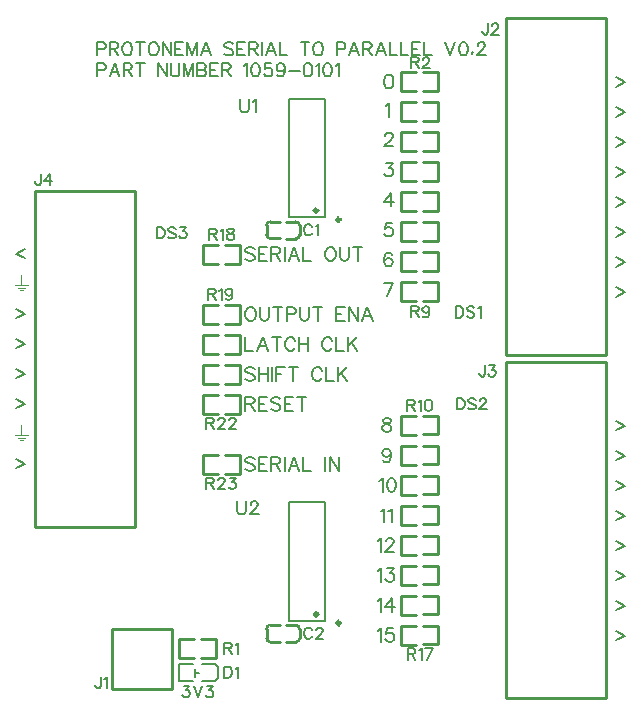
<source format=gto>
G04 Layer: TopSilkscreenLayer*
G04 EasyEDA v6.5.32, 2023-07-30 21:58:18*
G04 7de9140c348b43c9878d0c7d88b18126,5a6b42c53f6a479593ecc07194224c93,10*
G04 Gerber Generator version 0.2*
G04 Scale: 100 percent, Rotated: No, Reflected: No *
G04 Dimensions in millimeters *
G04 leading zeros omitted , absolute positions ,4 integer and 5 decimal *
%FSLAX45Y45*%
%MOMM*%

%ADD10C,0.1524*%
%ADD11C,0.2540*%
%ADD12C,0.1500*%
%ADD13C,0.3000*%

%LPD*%
G36*
X122682Y3633978D02*
G01*
X122682Y3546856D01*
X70104Y3546856D01*
X70104Y3538728D01*
X183896Y3538728D01*
X183896Y3546856D01*
X131318Y3546856D01*
X131318Y3633978D01*
G37*
G36*
X89662Y3525265D02*
G01*
X89662Y3517137D01*
X164338Y3517137D01*
X164338Y3525265D01*
G37*
G36*
X107442Y3503422D02*
G01*
X107442Y3495801D01*
X146558Y3495801D01*
X146558Y3503422D01*
G37*
G36*
X122682Y2363978D02*
G01*
X122682Y2276856D01*
X70104Y2276856D01*
X70104Y2268728D01*
X183896Y2268728D01*
X183896Y2276856D01*
X131318Y2276856D01*
X131318Y2363978D01*
G37*
G36*
X89662Y2255266D02*
G01*
X89662Y2247138D01*
X164338Y2247138D01*
X164338Y2255266D01*
G37*
G36*
X107442Y2233422D02*
G01*
X107442Y2225802D01*
X146558Y2225802D01*
X146558Y2233422D01*
G37*
D10*
X762000Y5601715D02*
G01*
X762000Y5492750D01*
X762000Y5601715D02*
G01*
X808736Y5601715D01*
X824229Y5596636D01*
X829563Y5591302D01*
X834644Y5580887D01*
X834644Y5565394D01*
X829563Y5554979D01*
X824229Y5549900D01*
X808736Y5544565D01*
X762000Y5544565D01*
X868934Y5601715D02*
G01*
X868934Y5492750D01*
X868934Y5601715D02*
G01*
X915670Y5601715D01*
X931418Y5596636D01*
X936497Y5591302D01*
X941831Y5580887D01*
X941831Y5570473D01*
X936497Y5560060D01*
X931418Y5554979D01*
X915670Y5549900D01*
X868934Y5549900D01*
X905510Y5549900D02*
G01*
X941831Y5492750D01*
X1007110Y5601715D02*
G01*
X996950Y5596636D01*
X986536Y5586221D01*
X981202Y5575807D01*
X976121Y5560060D01*
X976121Y5534152D01*
X981202Y5518657D01*
X986536Y5508244D01*
X996950Y5497829D01*
X1007110Y5492750D01*
X1027937Y5492750D01*
X1038352Y5497829D01*
X1048765Y5508244D01*
X1054100Y5518657D01*
X1059179Y5534152D01*
X1059179Y5560060D01*
X1054100Y5575807D01*
X1048765Y5586221D01*
X1038352Y5596636D01*
X1027937Y5601715D01*
X1007110Y5601715D01*
X1129792Y5601715D02*
G01*
X1129792Y5492750D01*
X1093470Y5601715D02*
G01*
X1166113Y5601715D01*
X1231645Y5601715D02*
G01*
X1221231Y5596636D01*
X1210818Y5586221D01*
X1205737Y5575807D01*
X1200404Y5560060D01*
X1200404Y5534152D01*
X1205737Y5518657D01*
X1210818Y5508244D01*
X1221231Y5497829D01*
X1231645Y5492750D01*
X1252473Y5492750D01*
X1262887Y5497829D01*
X1273302Y5508244D01*
X1278381Y5518657D01*
X1283715Y5534152D01*
X1283715Y5560060D01*
X1278381Y5575807D01*
X1273302Y5586221D01*
X1262887Y5596636D01*
X1252473Y5601715D01*
X1231645Y5601715D01*
X1318005Y5601715D02*
G01*
X1318005Y5492750D01*
X1318005Y5601715D02*
G01*
X1390650Y5492750D01*
X1390650Y5601715D02*
G01*
X1390650Y5492750D01*
X1424939Y5601715D02*
G01*
X1424939Y5492750D01*
X1424939Y5601715D02*
G01*
X1492504Y5601715D01*
X1424939Y5549900D02*
G01*
X1466595Y5549900D01*
X1424939Y5492750D02*
G01*
X1492504Y5492750D01*
X1526794Y5601715D02*
G01*
X1526794Y5492750D01*
X1526794Y5601715D02*
G01*
X1568450Y5492750D01*
X1609852Y5601715D02*
G01*
X1568450Y5492750D01*
X1609852Y5601715D02*
G01*
X1609852Y5492750D01*
X1685797Y5601715D02*
G01*
X1644142Y5492750D01*
X1685797Y5601715D02*
G01*
X1727200Y5492750D01*
X1659889Y5529071D02*
G01*
X1711705Y5529071D01*
X1914397Y5586221D02*
G01*
X1903984Y5596636D01*
X1888489Y5601715D01*
X1867662Y5601715D01*
X1851913Y5596636D01*
X1841500Y5586221D01*
X1841500Y5575807D01*
X1846834Y5565394D01*
X1851913Y5560060D01*
X1862328Y5554979D01*
X1893570Y5544565D01*
X1903984Y5539486D01*
X1909063Y5534152D01*
X1914397Y5523737D01*
X1914397Y5508244D01*
X1903984Y5497829D01*
X1888489Y5492750D01*
X1867662Y5492750D01*
X1851913Y5497829D01*
X1841500Y5508244D01*
X1948688Y5601715D02*
G01*
X1948688Y5492750D01*
X1948688Y5601715D02*
G01*
X2016252Y5601715D01*
X1948688Y5549900D02*
G01*
X1990090Y5549900D01*
X1948688Y5492750D02*
G01*
X2016252Y5492750D01*
X2050541Y5601715D02*
G01*
X2050541Y5492750D01*
X2050541Y5601715D02*
G01*
X2097277Y5601715D01*
X2112772Y5596636D01*
X2118106Y5591302D01*
X2123186Y5580887D01*
X2123186Y5570473D01*
X2118106Y5560060D01*
X2112772Y5554979D01*
X2097277Y5549900D01*
X2050541Y5549900D01*
X2086863Y5549900D02*
G01*
X2123186Y5492750D01*
X2157475Y5601715D02*
G01*
X2157475Y5492750D01*
X2233422Y5601715D02*
G01*
X2191765Y5492750D01*
X2233422Y5601715D02*
G01*
X2274824Y5492750D01*
X2207259Y5529071D02*
G01*
X2259329Y5529071D01*
X2309113Y5601715D02*
G01*
X2309113Y5492750D01*
X2309113Y5492750D02*
G01*
X2371597Y5492750D01*
X2522220Y5601715D02*
G01*
X2522220Y5492750D01*
X2485897Y5601715D02*
G01*
X2558541Y5601715D01*
X2624074Y5601715D02*
G01*
X2613659Y5596636D01*
X2603245Y5586221D01*
X2598165Y5575807D01*
X2592831Y5560060D01*
X2592831Y5534152D01*
X2598165Y5518657D01*
X2603245Y5508244D01*
X2613659Y5497829D01*
X2624074Y5492750D01*
X2644902Y5492750D01*
X2655315Y5497829D01*
X2665729Y5508244D01*
X2670809Y5518657D01*
X2675890Y5534152D01*
X2675890Y5560060D01*
X2670809Y5575807D01*
X2665729Y5586221D01*
X2655315Y5596636D01*
X2644902Y5601715D01*
X2624074Y5601715D01*
X2790190Y5601715D02*
G01*
X2790190Y5492750D01*
X2790190Y5601715D02*
G01*
X2837179Y5601715D01*
X2852674Y5596636D01*
X2857754Y5591302D01*
X2863088Y5580887D01*
X2863088Y5565394D01*
X2857754Y5554979D01*
X2852674Y5549900D01*
X2837179Y5544565D01*
X2790190Y5544565D01*
X2938779Y5601715D02*
G01*
X2897377Y5492750D01*
X2938779Y5601715D02*
G01*
X2980436Y5492750D01*
X2912872Y5529071D02*
G01*
X2964941Y5529071D01*
X3014725Y5601715D02*
G01*
X3014725Y5492750D01*
X3014725Y5601715D02*
G01*
X3061461Y5601715D01*
X3077209Y5596636D01*
X3082290Y5591302D01*
X3087370Y5580887D01*
X3087370Y5570473D01*
X3082290Y5560060D01*
X3077209Y5554979D01*
X3061461Y5549900D01*
X3014725Y5549900D01*
X3051047Y5549900D02*
G01*
X3087370Y5492750D01*
X3163315Y5601715D02*
G01*
X3121659Y5492750D01*
X3163315Y5601715D02*
G01*
X3204972Y5492750D01*
X3137408Y5529071D02*
G01*
X3189224Y5529071D01*
X3239261Y5601715D02*
G01*
X3239261Y5492750D01*
X3239261Y5492750D02*
G01*
X3301491Y5492750D01*
X3335781Y5601715D02*
G01*
X3335781Y5492750D01*
X3335781Y5492750D02*
G01*
X3398265Y5492750D01*
X3432556Y5601715D02*
G01*
X3432556Y5492750D01*
X3432556Y5601715D02*
G01*
X3500120Y5601715D01*
X3432556Y5549900D02*
G01*
X3473958Y5549900D01*
X3432556Y5492750D02*
G01*
X3500120Y5492750D01*
X3534409Y5601715D02*
G01*
X3534409Y5492750D01*
X3534409Y5492750D02*
G01*
X3596640Y5492750D01*
X3710940Y5601715D02*
G01*
X3752595Y5492750D01*
X3793997Y5601715D02*
G01*
X3752595Y5492750D01*
X3859529Y5601715D02*
G01*
X3844036Y5596636D01*
X3833622Y5580887D01*
X3828288Y5554979D01*
X3828288Y5539486D01*
X3833622Y5513323D01*
X3844036Y5497829D01*
X3859529Y5492750D01*
X3869943Y5492750D01*
X3885438Y5497829D01*
X3895852Y5513323D01*
X3901186Y5539486D01*
X3901186Y5554979D01*
X3895852Y5580887D01*
X3885438Y5596636D01*
X3869943Y5601715D01*
X3859529Y5601715D01*
X3940556Y5518657D02*
G01*
X3935475Y5513323D01*
X3940556Y5508244D01*
X3945890Y5513323D01*
X3940556Y5518657D01*
X3985259Y5575807D02*
G01*
X3985259Y5580887D01*
X3990340Y5591302D01*
X3995674Y5596636D01*
X4006088Y5601715D01*
X4026915Y5601715D01*
X4037329Y5596636D01*
X4042409Y5591302D01*
X4047490Y5580887D01*
X4047490Y5570473D01*
X4042409Y5560060D01*
X4031995Y5544565D01*
X3980179Y5492750D01*
X4052824Y5492750D01*
X762000Y5423915D02*
G01*
X762000Y5314950D01*
X762000Y5423915D02*
G01*
X808736Y5423915D01*
X824229Y5418836D01*
X829563Y5413502D01*
X834644Y5403087D01*
X834644Y5387594D01*
X829563Y5377179D01*
X824229Y5372100D01*
X808736Y5366765D01*
X762000Y5366765D01*
X910589Y5423915D02*
G01*
X868934Y5314950D01*
X910589Y5423915D02*
G01*
X952245Y5314950D01*
X884681Y5351271D02*
G01*
X936497Y5351271D01*
X986536Y5423915D02*
G01*
X986536Y5314950D01*
X986536Y5423915D02*
G01*
X1033271Y5423915D01*
X1048765Y5418836D01*
X1054100Y5413502D01*
X1059179Y5403087D01*
X1059179Y5392673D01*
X1054100Y5382260D01*
X1048765Y5377179D01*
X1033271Y5372100D01*
X986536Y5372100D01*
X1022857Y5372100D02*
G01*
X1059179Y5314950D01*
X1129792Y5423915D02*
G01*
X1129792Y5314950D01*
X1093470Y5423915D02*
G01*
X1166113Y5423915D01*
X1280413Y5423915D02*
G01*
X1280413Y5314950D01*
X1280413Y5423915D02*
G01*
X1353312Y5314950D01*
X1353312Y5423915D02*
G01*
X1353312Y5314950D01*
X1387602Y5423915D02*
G01*
X1387602Y5345937D01*
X1392681Y5330444D01*
X1403095Y5320029D01*
X1418589Y5314950D01*
X1429004Y5314950D01*
X1444752Y5320029D01*
X1455165Y5330444D01*
X1460245Y5345937D01*
X1460245Y5423915D01*
X1494536Y5423915D02*
G01*
X1494536Y5314950D01*
X1494536Y5423915D02*
G01*
X1536192Y5314950D01*
X1577594Y5423915D02*
G01*
X1536192Y5314950D01*
X1577594Y5423915D02*
G01*
X1577594Y5314950D01*
X1611884Y5423915D02*
G01*
X1611884Y5314950D01*
X1611884Y5423915D02*
G01*
X1658620Y5423915D01*
X1674368Y5418836D01*
X1679447Y5413502D01*
X1684781Y5403087D01*
X1684781Y5392673D01*
X1679447Y5382260D01*
X1674368Y5377179D01*
X1658620Y5372100D01*
X1611884Y5372100D02*
G01*
X1658620Y5372100D01*
X1674368Y5366765D01*
X1679447Y5361686D01*
X1684781Y5351271D01*
X1684781Y5335523D01*
X1679447Y5325110D01*
X1674368Y5320029D01*
X1658620Y5314950D01*
X1611884Y5314950D01*
X1719071Y5423915D02*
G01*
X1719071Y5314950D01*
X1719071Y5423915D02*
G01*
X1786636Y5423915D01*
X1719071Y5372100D02*
G01*
X1760473Y5372100D01*
X1719071Y5314950D02*
G01*
X1786636Y5314950D01*
X1820926Y5423915D02*
G01*
X1820926Y5314950D01*
X1820926Y5423915D02*
G01*
X1867662Y5423915D01*
X1883155Y5418836D01*
X1888489Y5413502D01*
X1893570Y5403087D01*
X1893570Y5392673D01*
X1888489Y5382260D01*
X1883155Y5377179D01*
X1867662Y5372100D01*
X1820926Y5372100D01*
X1857247Y5372100D02*
G01*
X1893570Y5314950D01*
X2007870Y5403087D02*
G01*
X2018284Y5408421D01*
X2033777Y5423915D01*
X2033777Y5314950D01*
X2099309Y5423915D02*
G01*
X2083815Y5418836D01*
X2073402Y5403087D01*
X2068068Y5377179D01*
X2068068Y5361686D01*
X2073402Y5335523D01*
X2083815Y5320029D01*
X2099309Y5314950D01*
X2109724Y5314950D01*
X2125218Y5320029D01*
X2135631Y5335523D01*
X2140965Y5361686D01*
X2140965Y5377179D01*
X2135631Y5403087D01*
X2125218Y5418836D01*
X2109724Y5423915D01*
X2099309Y5423915D01*
X2237486Y5423915D02*
G01*
X2185670Y5423915D01*
X2180336Y5377179D01*
X2185670Y5382260D01*
X2201163Y5387594D01*
X2216658Y5387594D01*
X2232406Y5382260D01*
X2242820Y5372100D01*
X2247900Y5356352D01*
X2247900Y5345937D01*
X2242820Y5330444D01*
X2232406Y5320029D01*
X2216658Y5314950D01*
X2201163Y5314950D01*
X2185670Y5320029D01*
X2180336Y5325110D01*
X2175256Y5335523D01*
X2349754Y5387594D02*
G01*
X2344420Y5372100D01*
X2334259Y5361686D01*
X2318511Y5356352D01*
X2313431Y5356352D01*
X2297684Y5361686D01*
X2287270Y5372100D01*
X2282190Y5387594D01*
X2282190Y5392673D01*
X2287270Y5408421D01*
X2297684Y5418836D01*
X2313431Y5423915D01*
X2318511Y5423915D01*
X2334259Y5418836D01*
X2344420Y5408421D01*
X2349754Y5387594D01*
X2349754Y5361686D01*
X2344420Y5335523D01*
X2334259Y5320029D01*
X2318511Y5314950D01*
X2308097Y5314950D01*
X2292604Y5320029D01*
X2287270Y5330444D01*
X2384043Y5361686D02*
G01*
X2477515Y5361686D01*
X2543047Y5423915D02*
G01*
X2527300Y5418836D01*
X2517140Y5403087D01*
X2511806Y5377179D01*
X2511806Y5361686D01*
X2517140Y5335523D01*
X2527300Y5320029D01*
X2543047Y5314950D01*
X2553461Y5314950D01*
X2568956Y5320029D01*
X2579370Y5335523D01*
X2584450Y5361686D01*
X2584450Y5377179D01*
X2579370Y5403087D01*
X2568956Y5418836D01*
X2553461Y5423915D01*
X2543047Y5423915D01*
X2618740Y5403087D02*
G01*
X2629154Y5408421D01*
X2644902Y5423915D01*
X2644902Y5314950D01*
X2710179Y5423915D02*
G01*
X2694686Y5418836D01*
X2684272Y5403087D01*
X2679191Y5377179D01*
X2679191Y5361686D01*
X2684272Y5335523D01*
X2694686Y5320029D01*
X2710179Y5314950D01*
X2720593Y5314950D01*
X2736341Y5320029D01*
X2746756Y5335523D01*
X2751836Y5361686D01*
X2751836Y5377179D01*
X2746756Y5403087D01*
X2736341Y5418836D01*
X2720593Y5423915D01*
X2710179Y5423915D01*
X2786125Y5403087D02*
G01*
X2796540Y5408421D01*
X2812034Y5423915D01*
X2812034Y5314950D01*
X3800899Y3367526D02*
G01*
X3800899Y3272022D01*
X3800899Y3367526D02*
G01*
X3832649Y3367526D01*
X3846365Y3362954D01*
X3855509Y3354064D01*
X3860081Y3344920D01*
X3864399Y3331204D01*
X3864399Y3308598D01*
X3860081Y3294882D01*
X3855509Y3285738D01*
X3846365Y3276594D01*
X3832649Y3272022D01*
X3800899Y3272022D01*
X3958125Y3354064D02*
G01*
X3948981Y3362954D01*
X3935519Y3367526D01*
X3917231Y3367526D01*
X3903515Y3362954D01*
X3894625Y3354064D01*
X3894625Y3344920D01*
X3899197Y3335776D01*
X3903515Y3331204D01*
X3912659Y3326632D01*
X3940091Y3317488D01*
X3948981Y3312916D01*
X3953553Y3308598D01*
X3958125Y3299454D01*
X3958125Y3285738D01*
X3948981Y3276594D01*
X3935519Y3272022D01*
X3917231Y3272022D01*
X3903515Y3276594D01*
X3894625Y3285738D01*
X3988097Y3349492D02*
G01*
X3997241Y3354064D01*
X4010957Y3367526D01*
X4010957Y3272022D01*
X3809951Y2590053D02*
G01*
X3809951Y2494549D01*
X3809951Y2590053D02*
G01*
X3841701Y2590053D01*
X3855417Y2585481D01*
X3864561Y2576591D01*
X3869133Y2567447D01*
X3873705Y2553731D01*
X3873705Y2531125D01*
X3869133Y2517409D01*
X3864561Y2508265D01*
X3855417Y2499121D01*
X3841701Y2494549D01*
X3809951Y2494549D01*
X3967177Y2576591D02*
G01*
X3958033Y2585481D01*
X3944571Y2590053D01*
X3926283Y2590053D01*
X3912567Y2585481D01*
X3903677Y2576591D01*
X3903677Y2567447D01*
X3908249Y2558303D01*
X3912567Y2553731D01*
X3921711Y2549159D01*
X3949143Y2540015D01*
X3958033Y2535443D01*
X3962605Y2531125D01*
X3967177Y2521981D01*
X3967177Y2508265D01*
X3958033Y2499121D01*
X3944571Y2494549D01*
X3926283Y2494549D01*
X3912567Y2499121D01*
X3903677Y2508265D01*
X4001721Y2567447D02*
G01*
X4001721Y2572019D01*
X4006293Y2580909D01*
X4010865Y2585481D01*
X4020009Y2590053D01*
X4038043Y2590053D01*
X4047187Y2585481D01*
X4051759Y2580909D01*
X4056331Y2572019D01*
X4056331Y2562875D01*
X4051759Y2553731D01*
X4042615Y2540015D01*
X3997149Y2494549D01*
X4060903Y2494549D01*
X2052060Y3359652D02*
G01*
X2041138Y3354064D01*
X2030216Y3343142D01*
X2024628Y3332220D01*
X2019294Y3315964D01*
X2019294Y3288786D01*
X2024628Y3272276D01*
X2030216Y3261354D01*
X2041138Y3250432D01*
X2052060Y3245098D01*
X2073904Y3245098D01*
X2084826Y3250432D01*
X2095748Y3261354D01*
X2101082Y3272276D01*
X2106670Y3288786D01*
X2106670Y3315964D01*
X2101082Y3332220D01*
X2095748Y3343142D01*
X2084826Y3354064D01*
X2073904Y3359652D01*
X2052060Y3359652D01*
X2142484Y3359652D02*
G01*
X2142484Y3277864D01*
X2148072Y3261354D01*
X2158994Y3250432D01*
X2175250Y3245098D01*
X2186172Y3245098D01*
X2202682Y3250432D01*
X2213350Y3261354D01*
X2218938Y3277864D01*
X2218938Y3359652D01*
X2293106Y3359652D02*
G01*
X2293106Y3245098D01*
X2255006Y3359652D02*
G01*
X2331206Y3359652D01*
X2367274Y3359652D02*
G01*
X2367274Y3245098D01*
X2367274Y3359652D02*
G01*
X2416296Y3359652D01*
X2432806Y3354064D01*
X2438140Y3348730D01*
X2443728Y3337808D01*
X2443728Y3321298D01*
X2438140Y3310376D01*
X2432806Y3305042D01*
X2416296Y3299708D01*
X2367274Y3299708D01*
X2479542Y3359652D02*
G01*
X2479542Y3277864D01*
X2485130Y3261354D01*
X2496052Y3250432D01*
X2512308Y3245098D01*
X2523230Y3245098D01*
X2539740Y3250432D01*
X2550662Y3261354D01*
X2555996Y3277864D01*
X2555996Y3359652D01*
X2630164Y3359652D02*
G01*
X2630164Y3245098D01*
X2592064Y3359652D02*
G01*
X2668264Y3359652D01*
X2788406Y3359652D02*
G01*
X2788406Y3245098D01*
X2788406Y3359652D02*
G01*
X2859272Y3359652D01*
X2788406Y3305042D02*
G01*
X2832094Y3305042D01*
X2788406Y3245098D02*
G01*
X2859272Y3245098D01*
X2895340Y3359652D02*
G01*
X2895340Y3245098D01*
X2895340Y3359652D02*
G01*
X2971540Y3245098D01*
X2971540Y3359652D02*
G01*
X2971540Y3245098D01*
X3051296Y3359652D02*
G01*
X3007608Y3245098D01*
X3051296Y3359652D02*
G01*
X3094984Y3245098D01*
X3024118Y3283198D02*
G01*
X3078474Y3283198D01*
X2019294Y3105652D02*
G01*
X2019294Y2991098D01*
X2019294Y2991098D02*
G01*
X2084826Y2991098D01*
X2164328Y3105652D02*
G01*
X2120640Y2991098D01*
X2164328Y3105652D02*
G01*
X2208016Y2991098D01*
X2137150Y3029198D02*
G01*
X2191760Y3029198D01*
X2282184Y3105652D02*
G01*
X2282184Y2991098D01*
X2244084Y3105652D02*
G01*
X2320284Y3105652D01*
X2438140Y3078220D02*
G01*
X2432806Y3089142D01*
X2421884Y3100064D01*
X2410962Y3105652D01*
X2389118Y3105652D01*
X2378196Y3100064D01*
X2367274Y3089142D01*
X2361940Y3078220D01*
X2356352Y3061964D01*
X2356352Y3034786D01*
X2361940Y3018276D01*
X2367274Y3007354D01*
X2378196Y2996432D01*
X2389118Y2991098D01*
X2410962Y2991098D01*
X2421884Y2996432D01*
X2432806Y3007354D01*
X2438140Y3018276D01*
X2474208Y3105652D02*
G01*
X2474208Y2991098D01*
X2550662Y3105652D02*
G01*
X2550662Y2991098D01*
X2474208Y3051042D02*
G01*
X2550662Y3051042D01*
X2752338Y3078220D02*
G01*
X2747004Y3089142D01*
X2736082Y3100064D01*
X2725160Y3105652D01*
X2703316Y3105652D01*
X2692394Y3100064D01*
X2681472Y3089142D01*
X2676138Y3078220D01*
X2670550Y3061964D01*
X2670550Y3034786D01*
X2676138Y3018276D01*
X2681472Y3007354D01*
X2692394Y2996432D01*
X2703316Y2991098D01*
X2725160Y2991098D01*
X2736082Y2996432D01*
X2747004Y3007354D01*
X2752338Y3018276D01*
X2788406Y3105652D02*
G01*
X2788406Y2991098D01*
X2788406Y2991098D02*
G01*
X2853938Y2991098D01*
X2889752Y3105652D02*
G01*
X2889752Y2991098D01*
X2966206Y3105652D02*
G01*
X2889752Y3029198D01*
X2917184Y3056376D02*
G01*
X2966206Y2991098D01*
X2095748Y2835142D02*
G01*
X2084826Y2846064D01*
X2068316Y2851652D01*
X2046472Y2851652D01*
X2030216Y2846064D01*
X2019294Y2835142D01*
X2019294Y2824220D01*
X2024628Y2813298D01*
X2030216Y2807964D01*
X2041138Y2802376D01*
X2073904Y2791708D01*
X2084826Y2786120D01*
X2090160Y2780786D01*
X2095748Y2769864D01*
X2095748Y2753354D01*
X2084826Y2742432D01*
X2068316Y2737098D01*
X2046472Y2737098D01*
X2030216Y2742432D01*
X2019294Y2753354D01*
X2131562Y2851652D02*
G01*
X2131562Y2737098D01*
X2208016Y2851652D02*
G01*
X2208016Y2737098D01*
X2131562Y2797042D02*
G01*
X2208016Y2797042D01*
X2244084Y2851652D02*
G01*
X2244084Y2737098D01*
X2279898Y2851652D02*
G01*
X2279898Y2737098D01*
X2279898Y2851652D02*
G01*
X2351018Y2851652D01*
X2279898Y2797042D02*
G01*
X2323586Y2797042D01*
X2425186Y2851652D02*
G01*
X2425186Y2737098D01*
X2386832Y2851652D02*
G01*
X2463286Y2851652D01*
X2665216Y2824220D02*
G01*
X2659628Y2835142D01*
X2648706Y2846064D01*
X2637784Y2851652D01*
X2615940Y2851652D01*
X2605018Y2846064D01*
X2594096Y2835142D01*
X2588762Y2824220D01*
X2583174Y2807964D01*
X2583174Y2780786D01*
X2588762Y2764276D01*
X2594096Y2753354D01*
X2605018Y2742432D01*
X2615940Y2737098D01*
X2637784Y2737098D01*
X2648706Y2742432D01*
X2659628Y2753354D01*
X2665216Y2764276D01*
X2701030Y2851652D02*
G01*
X2701030Y2737098D01*
X2701030Y2737098D02*
G01*
X2766562Y2737098D01*
X2802630Y2851652D02*
G01*
X2802630Y2737098D01*
X2878830Y2851652D02*
G01*
X2802630Y2775198D01*
X2829808Y2802376D02*
G01*
X2878830Y2737098D01*
X2095748Y3851142D02*
G01*
X2084826Y3862064D01*
X2068316Y3867652D01*
X2046472Y3867652D01*
X2030216Y3862064D01*
X2019294Y3851142D01*
X2019294Y3840220D01*
X2024628Y3829298D01*
X2030216Y3823964D01*
X2041138Y3818376D01*
X2073904Y3807708D01*
X2084826Y3802120D01*
X2090160Y3796786D01*
X2095748Y3785864D01*
X2095748Y3769354D01*
X2084826Y3758432D01*
X2068316Y3753098D01*
X2046472Y3753098D01*
X2030216Y3758432D01*
X2019294Y3769354D01*
X2131562Y3867652D02*
G01*
X2131562Y3753098D01*
X2131562Y3867652D02*
G01*
X2202682Y3867652D01*
X2131562Y3813042D02*
G01*
X2175250Y3813042D01*
X2131562Y3753098D02*
G01*
X2202682Y3753098D01*
X2238496Y3867652D02*
G01*
X2238496Y3753098D01*
X2238496Y3867652D02*
G01*
X2287772Y3867652D01*
X2304028Y3862064D01*
X2309362Y3856730D01*
X2314950Y3845808D01*
X2314950Y3834886D01*
X2309362Y3823964D01*
X2304028Y3818376D01*
X2287772Y3813042D01*
X2238496Y3813042D01*
X2276850Y3813042D02*
G01*
X2314950Y3753098D01*
X2351018Y3867652D02*
G01*
X2351018Y3753098D01*
X2430520Y3867652D02*
G01*
X2386832Y3753098D01*
X2430520Y3867652D02*
G01*
X2474208Y3753098D01*
X2403342Y3791198D02*
G01*
X2457952Y3791198D01*
X2510276Y3867652D02*
G01*
X2510276Y3753098D01*
X2510276Y3753098D02*
G01*
X2575554Y3753098D01*
X2728462Y3867652D02*
G01*
X2717540Y3862064D01*
X2706618Y3851142D01*
X2701030Y3840220D01*
X2695696Y3823964D01*
X2695696Y3796786D01*
X2701030Y3780276D01*
X2706618Y3769354D01*
X2717540Y3758432D01*
X2728462Y3753098D01*
X2750306Y3753098D01*
X2761228Y3758432D01*
X2771896Y3769354D01*
X2777484Y3780276D01*
X2782818Y3796786D01*
X2782818Y3823964D01*
X2777484Y3840220D01*
X2771896Y3851142D01*
X2761228Y3862064D01*
X2750306Y3867652D01*
X2728462Y3867652D01*
X2818886Y3867652D02*
G01*
X2818886Y3785864D01*
X2824474Y3769354D01*
X2835396Y3758432D01*
X2851652Y3753098D01*
X2862574Y3753098D01*
X2878830Y3758432D01*
X2889752Y3769354D01*
X2895340Y3785864D01*
X2895340Y3867652D01*
X2969508Y3867652D02*
G01*
X2969508Y3753098D01*
X2931408Y3867652D02*
G01*
X3007608Y3867652D01*
X2019294Y2597652D02*
G01*
X2019294Y2483098D01*
X2019294Y2597652D02*
G01*
X2068316Y2597652D01*
X2084826Y2592064D01*
X2090160Y2586730D01*
X2095748Y2575808D01*
X2095748Y2564886D01*
X2090160Y2553964D01*
X2084826Y2548376D01*
X2068316Y2543042D01*
X2019294Y2543042D01*
X2057394Y2543042D02*
G01*
X2095748Y2483098D01*
X2131562Y2597652D02*
G01*
X2131562Y2483098D01*
X2131562Y2597652D02*
G01*
X2202682Y2597652D01*
X2131562Y2543042D02*
G01*
X2175250Y2543042D01*
X2131562Y2483098D02*
G01*
X2202682Y2483098D01*
X2314950Y2581142D02*
G01*
X2304028Y2592064D01*
X2287772Y2597652D01*
X2265928Y2597652D01*
X2249418Y2592064D01*
X2238496Y2581142D01*
X2238496Y2570220D01*
X2244084Y2559298D01*
X2249418Y2553964D01*
X2260340Y2548376D01*
X2293106Y2537708D01*
X2304028Y2532120D01*
X2309362Y2526786D01*
X2314950Y2515864D01*
X2314950Y2499354D01*
X2304028Y2488432D01*
X2287772Y2483098D01*
X2265928Y2483098D01*
X2249418Y2488432D01*
X2238496Y2499354D01*
X2351018Y2597652D02*
G01*
X2351018Y2483098D01*
X2351018Y2597652D02*
G01*
X2421884Y2597652D01*
X2351018Y2543042D02*
G01*
X2394452Y2543042D01*
X2351018Y2483098D02*
G01*
X2421884Y2483098D01*
X2496052Y2597652D02*
G01*
X2496052Y2483098D01*
X2457952Y2597652D02*
G01*
X2534152Y2597652D01*
X2095748Y2073142D02*
G01*
X2084826Y2084064D01*
X2068316Y2089652D01*
X2046472Y2089652D01*
X2030216Y2084064D01*
X2019294Y2073142D01*
X2019294Y2062220D01*
X2024628Y2051298D01*
X2030216Y2045964D01*
X2041138Y2040376D01*
X2073904Y2029708D01*
X2084826Y2024120D01*
X2090160Y2018786D01*
X2095748Y2007864D01*
X2095748Y1991354D01*
X2084826Y1980432D01*
X2068316Y1975098D01*
X2046472Y1975098D01*
X2030216Y1980432D01*
X2019294Y1991354D01*
X2131562Y2089652D02*
G01*
X2131562Y1975098D01*
X2131562Y2089652D02*
G01*
X2202682Y2089652D01*
X2131562Y2035042D02*
G01*
X2175250Y2035042D01*
X2131562Y1975098D02*
G01*
X2202682Y1975098D01*
X2238496Y2089652D02*
G01*
X2238496Y1975098D01*
X2238496Y2089652D02*
G01*
X2287772Y2089652D01*
X2304028Y2084064D01*
X2309362Y2078730D01*
X2314950Y2067808D01*
X2314950Y2056886D01*
X2309362Y2045964D01*
X2304028Y2040376D01*
X2287772Y2035042D01*
X2238496Y2035042D01*
X2276850Y2035042D02*
G01*
X2314950Y1975098D01*
X2351018Y2089652D02*
G01*
X2351018Y1975098D01*
X2430520Y2089652D02*
G01*
X2386832Y1975098D01*
X2430520Y2089652D02*
G01*
X2474208Y1975098D01*
X2403342Y2013198D02*
G01*
X2457952Y2013198D01*
X2510276Y2089652D02*
G01*
X2510276Y1975098D01*
X2510276Y1975098D02*
G01*
X2575554Y1975098D01*
X2695696Y2089652D02*
G01*
X2695696Y1975098D01*
X2731764Y2089652D02*
G01*
X2731764Y1975098D01*
X2731764Y2089652D02*
G01*
X2807964Y1975098D01*
X2807964Y2089652D02*
G01*
X2807964Y1975098D01*
X1269913Y4037967D02*
G01*
X1269913Y3942463D01*
X1269913Y4037967D02*
G01*
X1301917Y4037967D01*
X1315379Y4033395D01*
X1324523Y4024251D01*
X1329095Y4015107D01*
X1333667Y4001645D01*
X1333667Y3978785D01*
X1329095Y3965069D01*
X1324523Y3956179D01*
X1315379Y3947035D01*
X1301917Y3942463D01*
X1269913Y3942463D01*
X1427393Y4024251D02*
G01*
X1418249Y4033395D01*
X1404533Y4037967D01*
X1386245Y4037967D01*
X1372783Y4033395D01*
X1363639Y4024251D01*
X1363639Y4015107D01*
X1368211Y4005963D01*
X1372783Y4001645D01*
X1381927Y3997073D01*
X1409105Y3987929D01*
X1418249Y3983357D01*
X1422821Y3978785D01*
X1427393Y3969641D01*
X1427393Y3956179D01*
X1418249Y3947035D01*
X1404533Y3942463D01*
X1386245Y3942463D01*
X1372783Y3947035D01*
X1363639Y3956179D01*
X1466255Y4037967D02*
G01*
X1516293Y4037967D01*
X1489115Y4001645D01*
X1502831Y4001645D01*
X1511721Y3997073D01*
X1516293Y3992501D01*
X1520865Y3978785D01*
X1520865Y3969641D01*
X1516293Y3956179D01*
X1507149Y3947035D01*
X1493687Y3942463D01*
X1479971Y3942463D01*
X1466255Y3947035D01*
X1461937Y3951607D01*
X1457365Y3960751D01*
X794776Y227848D02*
G01*
X794776Y155204D01*
X790204Y141488D01*
X785632Y136916D01*
X776488Y132344D01*
X767598Y132344D01*
X758454Y136916D01*
X753882Y141488D01*
X749310Y155204D01*
X749310Y164348D01*
X824748Y209814D02*
G01*
X833892Y214386D01*
X847608Y227848D01*
X847608Y132344D01*
X1495041Y151637D02*
G01*
X1545079Y151637D01*
X1517647Y115315D01*
X1531363Y115315D01*
X1540507Y110744D01*
X1545079Y106171D01*
X1549651Y92710D01*
X1549651Y83565D01*
X1545079Y69850D01*
X1535935Y60705D01*
X1522219Y56134D01*
X1508503Y56134D01*
X1495041Y60705D01*
X1490469Y65278D01*
X1485897Y74421D01*
X1579623Y151637D02*
G01*
X1615945Y56134D01*
X1652267Y151637D02*
G01*
X1615945Y56134D01*
X1691383Y151637D02*
G01*
X1741421Y151637D01*
X1713989Y115315D01*
X1727705Y115315D01*
X1736849Y110744D01*
X1741421Y106171D01*
X1745993Y92710D01*
X1745993Y83565D01*
X1741421Y69850D01*
X1732277Y60705D01*
X1718561Y56134D01*
X1705099Y56134D01*
X1691383Y60705D01*
X1686811Y65278D01*
X1682239Y74421D01*
X286771Y4488441D02*
G01*
X286771Y4415797D01*
X282199Y4402081D01*
X277627Y4397509D01*
X268483Y4392937D01*
X259593Y4392937D01*
X250449Y4397509D01*
X245877Y4402081D01*
X241305Y4415797D01*
X241305Y4424941D01*
X362209Y4488441D02*
G01*
X316743Y4424941D01*
X384815Y4424941D01*
X362209Y4488441D02*
G01*
X362209Y4392937D01*
X152509Y3773406D02*
G01*
X79611Y3814554D01*
X152509Y3855448D01*
X79753Y3265408D02*
G01*
X152397Y3306302D01*
X79753Y3347450D01*
X79753Y3011408D02*
G01*
X152397Y3052302D01*
X79753Y3093450D01*
X79753Y2757408D02*
G01*
X152397Y2798302D01*
X79753Y2839450D01*
X79753Y2503408D02*
G01*
X152397Y2544302D01*
X79753Y2585450D01*
X79753Y1995408D02*
G01*
X152397Y2036302D01*
X79753Y2077450D01*
X4045965Y2868548D02*
G01*
X4045965Y2795904D01*
X4041393Y2782188D01*
X4036822Y2777617D01*
X4027677Y2773045D01*
X4018788Y2773045D01*
X4009643Y2777617D01*
X4005072Y2782188D01*
X4000500Y2795904D01*
X4000500Y2805048D01*
X4085081Y2868548D02*
G01*
X4135120Y2868548D01*
X4107688Y2832227D01*
X4121404Y2832227D01*
X4130547Y2827654D01*
X4135120Y2823082D01*
X4139691Y2809620D01*
X4139691Y2800477D01*
X4135120Y2786761D01*
X4125975Y2777617D01*
X4112259Y2773045D01*
X4098797Y2773045D01*
X4085081Y2777617D01*
X4080509Y2782188D01*
X4075938Y2791332D01*
X4071365Y5764148D02*
G01*
X4071365Y5691504D01*
X4066793Y5677788D01*
X4062222Y5673217D01*
X4053077Y5668645D01*
X4044188Y5668645D01*
X4035043Y5673217D01*
X4030472Y5677788D01*
X4025900Y5691504D01*
X4025900Y5700648D01*
X4105909Y5741543D02*
G01*
X4105909Y5746114D01*
X4110481Y5755004D01*
X4115054Y5759577D01*
X4124197Y5764148D01*
X4142231Y5764148D01*
X4151375Y5759577D01*
X4155947Y5755004D01*
X4160520Y5746114D01*
X4160520Y5736970D01*
X4155947Y5727827D01*
X4146804Y5714111D01*
X4101338Y5668645D01*
X4165091Y5668645D01*
X3140506Y621789D02*
G01*
X3151428Y627377D01*
X3167684Y643633D01*
X3167684Y529079D01*
X3269284Y643633D02*
G01*
X3214674Y643633D01*
X3209340Y594611D01*
X3214674Y599945D01*
X3230930Y605533D01*
X3247440Y605533D01*
X3263696Y599945D01*
X3274618Y589023D01*
X3280206Y572767D01*
X3280206Y561845D01*
X3274618Y545589D01*
X3263696Y534667D01*
X3247440Y529079D01*
X3230930Y529079D01*
X3214674Y534667D01*
X3209340Y540001D01*
X3203752Y550923D01*
X3140506Y875789D02*
G01*
X3151428Y881377D01*
X3167684Y897633D01*
X3167684Y783079D01*
X3258362Y897633D02*
G01*
X3203752Y821433D01*
X3285540Y821433D01*
X3258362Y897633D02*
G01*
X3258362Y783079D01*
X3140506Y1129789D02*
G01*
X3151428Y1135377D01*
X3167684Y1151633D01*
X3167684Y1037079D01*
X3214674Y1151633D02*
G01*
X3274618Y1151633D01*
X3241852Y1107945D01*
X3258362Y1107945D01*
X3269284Y1102611D01*
X3274618Y1097023D01*
X3280206Y1080767D01*
X3280206Y1069845D01*
X3274618Y1053589D01*
X3263696Y1042667D01*
X3247440Y1037079D01*
X3230930Y1037079D01*
X3214674Y1042667D01*
X3209340Y1048001D01*
X3203752Y1058923D01*
X3140506Y1383789D02*
G01*
X3151428Y1389377D01*
X3167684Y1405633D01*
X3167684Y1291079D01*
X3209340Y1378455D02*
G01*
X3209340Y1383789D01*
X3214674Y1394711D01*
X3220008Y1400299D01*
X3230930Y1405633D01*
X3252774Y1405633D01*
X3263696Y1400299D01*
X3269284Y1394711D01*
X3274618Y1383789D01*
X3274618Y1372867D01*
X3269284Y1361945D01*
X3258362Y1345689D01*
X3203752Y1291079D01*
X3280206Y1291079D01*
X3165906Y1632585D02*
G01*
X3176828Y1638172D01*
X3193084Y1654429D01*
X3193084Y1539875D01*
X3229152Y1632585D02*
G01*
X3240074Y1638172D01*
X3256330Y1654429D01*
X3256330Y1539875D01*
X3153206Y1891789D02*
G01*
X3164128Y1897377D01*
X3180384Y1913633D01*
X3180384Y1799079D01*
X3249218Y1913633D02*
G01*
X3232708Y1908299D01*
X3222040Y1891789D01*
X3216452Y1864611D01*
X3216452Y1848355D01*
X3222040Y1820923D01*
X3232708Y1804667D01*
X3249218Y1799079D01*
X3260140Y1799079D01*
X3276396Y1804667D01*
X3287318Y1820923D01*
X3292906Y1848355D01*
X3292906Y1864611D01*
X3287318Y1891789D01*
X3276396Y1908299D01*
X3260140Y1913633D01*
X3249218Y1913633D01*
X3249472Y2124326D02*
G01*
X3244138Y2107816D01*
X3233216Y2097148D01*
X3216706Y2091560D01*
X3211372Y2091560D01*
X3194862Y2097148D01*
X3183940Y2107816D01*
X3178606Y2124326D01*
X3178606Y2129660D01*
X3183940Y2146170D01*
X3194862Y2157092D01*
X3211372Y2162426D01*
X3216706Y2162426D01*
X3233216Y2157092D01*
X3244138Y2146170D01*
X3249472Y2124326D01*
X3249472Y2097148D01*
X3244138Y2069716D01*
X3233216Y2053460D01*
X3216706Y2047872D01*
X3205784Y2047872D01*
X3189528Y2053460D01*
X3183940Y2064382D01*
X3205784Y2421633D02*
G01*
X3189528Y2416299D01*
X3183940Y2405377D01*
X3183940Y2394455D01*
X3189528Y2383533D01*
X3200450Y2377945D01*
X3222294Y2372611D01*
X3238550Y2367023D01*
X3249472Y2356355D01*
X3255060Y2345433D01*
X3255060Y2328923D01*
X3249472Y2318001D01*
X3244138Y2312667D01*
X3227628Y2307079D01*
X3205784Y2307079D01*
X3189528Y2312667D01*
X3183940Y2318001D01*
X3178606Y2328923D01*
X3178606Y2345433D01*
X3183940Y2356355D01*
X3194862Y2367023D01*
X3211372Y2372611D01*
X3233216Y2377945D01*
X3244138Y2383533D01*
X3249472Y2394455D01*
X3249472Y2405377D01*
X3244138Y2416299D01*
X3227628Y2421633D01*
X3205784Y2421633D01*
X3271357Y3567414D02*
G01*
X3216747Y3452860D01*
X3194903Y3567414D02*
G01*
X3271357Y3567414D01*
X3260435Y3805158D02*
G01*
X3254847Y3816080D01*
X3238591Y3821414D01*
X3227669Y3821414D01*
X3211159Y3816080D01*
X3200237Y3799570D01*
X3194903Y3772392D01*
X3194903Y3745214D01*
X3200237Y3723370D01*
X3211159Y3712448D01*
X3227669Y3706860D01*
X3233003Y3706860D01*
X3249513Y3712448D01*
X3260435Y3723370D01*
X3265769Y3739626D01*
X3265769Y3745214D01*
X3260435Y3761470D01*
X3249513Y3772392D01*
X3233003Y3777726D01*
X3227669Y3777726D01*
X3211159Y3772392D01*
X3200237Y3761470D01*
X3194903Y3745214D01*
X3260435Y4075414D02*
G01*
X3205825Y4075414D01*
X3200237Y4026392D01*
X3205825Y4031726D01*
X3222081Y4037314D01*
X3238591Y4037314D01*
X3254847Y4031726D01*
X3265769Y4020804D01*
X3271357Y4004548D01*
X3271357Y3993626D01*
X3265769Y3977370D01*
X3254847Y3966448D01*
X3238591Y3960860D01*
X3222081Y3960860D01*
X3205825Y3966448D01*
X3200237Y3971782D01*
X3194903Y3982704D01*
X3249513Y4329414D02*
G01*
X3194903Y4253214D01*
X3276691Y4253214D01*
X3249513Y4329414D02*
G01*
X3249513Y4214860D01*
X3205825Y4583414D02*
G01*
X3265769Y4583414D01*
X3233003Y4539726D01*
X3249513Y4539726D01*
X3260435Y4534392D01*
X3265769Y4528804D01*
X3271357Y4512548D01*
X3271357Y4501626D01*
X3265769Y4485370D01*
X3254847Y4474448D01*
X3238591Y4468860D01*
X3222081Y4468860D01*
X3205825Y4474448D01*
X3200237Y4479782D01*
X3194903Y4490704D01*
X3200237Y4810236D02*
G01*
X3200237Y4815570D01*
X3205825Y4826492D01*
X3211159Y4832080D01*
X3222081Y4837414D01*
X3243925Y4837414D01*
X3254847Y4832080D01*
X3260435Y4826492D01*
X3265769Y4815570D01*
X3265769Y4804648D01*
X3260435Y4793726D01*
X3249513Y4777470D01*
X3194903Y4722860D01*
X3271357Y4722860D01*
X3207628Y5064358D02*
G01*
X3218550Y5069946D01*
X3234806Y5086202D01*
X3234806Y4971648D01*
X3227669Y5327502D02*
G01*
X3211159Y5322168D01*
X3200237Y5305658D01*
X3194903Y5278480D01*
X3194903Y5262224D01*
X3200237Y5234792D01*
X3211159Y5218536D01*
X3227669Y5212948D01*
X3238591Y5212948D01*
X3254847Y5218536D01*
X3265769Y5234792D01*
X3271357Y5262224D01*
X3271357Y5278480D01*
X3265769Y5305658D01*
X3254847Y5322168D01*
X3238591Y5327502D01*
X3227669Y5327502D01*
X5156090Y5307096D02*
G01*
X5228988Y5265948D01*
X5156090Y5225054D01*
X5156090Y5053096D02*
G01*
X5228988Y5011948D01*
X5156090Y4971054D01*
X5156090Y4799096D02*
G01*
X5228988Y4757948D01*
X5156090Y4717054D01*
X5156090Y4545096D02*
G01*
X5228988Y4503948D01*
X5156090Y4463054D01*
X5156090Y4291096D02*
G01*
X5228988Y4249948D01*
X5156090Y4209054D01*
X5156090Y4037096D02*
G01*
X5228988Y3995948D01*
X5156090Y3955054D01*
X5156090Y3783096D02*
G01*
X5228988Y3741948D01*
X5156090Y3701054D01*
X5156090Y3529096D02*
G01*
X5228988Y3487948D01*
X5156090Y3447054D01*
X5156116Y2398796D02*
G01*
X5229014Y2357648D01*
X5156116Y2316754D01*
X5156116Y2144796D02*
G01*
X5229014Y2103648D01*
X5156116Y2062754D01*
X5156116Y1890796D02*
G01*
X5229014Y1849648D01*
X5156116Y1808754D01*
X5156116Y1636796D02*
G01*
X5229014Y1595648D01*
X5156116Y1554754D01*
X5156116Y1382796D02*
G01*
X5229014Y1341648D01*
X5156116Y1300754D01*
X5156116Y1128796D02*
G01*
X5229014Y1087648D01*
X5156116Y1046754D01*
X5156116Y874796D02*
G01*
X5229014Y833648D01*
X5156116Y792754D01*
X5156116Y620796D02*
G01*
X5229014Y579648D01*
X5156116Y538754D01*
X2582666Y624331D02*
G01*
X2578348Y633476D01*
X2569204Y642365D01*
X2560060Y646937D01*
X2541772Y646937D01*
X2532882Y642365D01*
X2523738Y633476D01*
X2519166Y624331D01*
X2514594Y610615D01*
X2514594Y588010D01*
X2519166Y574294D01*
X2523738Y565150D01*
X2532882Y556005D01*
X2541772Y551434D01*
X2560060Y551434D01*
X2569204Y556005D01*
X2578348Y565150D01*
X2582666Y574294D01*
X2617210Y624331D02*
G01*
X2617210Y628904D01*
X2621782Y637794D01*
X2626354Y642365D01*
X2635498Y646937D01*
X2653786Y646937D01*
X2662676Y642365D01*
X2667248Y637794D01*
X2671820Y628904D01*
X2671820Y619760D01*
X2667248Y610615D01*
X2658104Y596900D01*
X2612892Y551434D01*
X2676392Y551434D01*
X1841500Y316737D02*
G01*
X1841500Y221234D01*
X1841500Y316737D02*
G01*
X1873250Y316737D01*
X1886965Y312165D01*
X1896110Y303276D01*
X1900681Y294131D01*
X1905254Y280415D01*
X1905254Y257810D01*
X1900681Y244094D01*
X1896110Y234950D01*
X1886965Y225805D01*
X1873250Y221234D01*
X1841500Y221234D01*
X1935225Y298704D02*
G01*
X1944115Y303276D01*
X1957831Y316737D01*
X1957831Y221234D01*
X1841500Y519937D02*
G01*
X1841500Y424434D01*
X1841500Y519937D02*
G01*
X1882394Y519937D01*
X1896110Y515365D01*
X1900681Y510794D01*
X1905254Y501904D01*
X1905254Y492760D01*
X1900681Y483615D01*
X1896110Y479044D01*
X1882394Y474471D01*
X1841500Y474471D01*
X1873250Y474471D02*
G01*
X1905254Y424434D01*
X1935225Y501904D02*
G01*
X1944115Y506476D01*
X1957831Y519937D01*
X1957831Y424434D01*
X3423495Y5478503D02*
G01*
X3423495Y5382999D01*
X3423495Y5478503D02*
G01*
X3464389Y5478503D01*
X3478105Y5473931D01*
X3482677Y5469359D01*
X3486995Y5460469D01*
X3486995Y5451325D01*
X3482677Y5442181D01*
X3478105Y5437609D01*
X3464389Y5433037D01*
X3423495Y5433037D01*
X3455245Y5433037D02*
G01*
X3486995Y5382999D01*
X3521793Y5455897D02*
G01*
X3521793Y5460469D01*
X3526111Y5469359D01*
X3530683Y5473931D01*
X3539827Y5478503D01*
X3558115Y5478503D01*
X3567005Y5473931D01*
X3571577Y5469359D01*
X3576149Y5460469D01*
X3576149Y5451325D01*
X3571577Y5442181D01*
X3562687Y5428465D01*
X3517221Y5382999D01*
X3580721Y5382999D01*
X3423495Y3370303D02*
G01*
X3423495Y3274799D01*
X3423495Y3370303D02*
G01*
X3464389Y3370303D01*
X3478105Y3365731D01*
X3482677Y3361159D01*
X3486995Y3352269D01*
X3486995Y3343125D01*
X3482677Y3333981D01*
X3478105Y3329409D01*
X3464389Y3324837D01*
X3423495Y3324837D01*
X3455245Y3324837D02*
G01*
X3486995Y3274799D01*
X3576149Y3338553D02*
G01*
X3571577Y3324837D01*
X3562687Y3315947D01*
X3548971Y3311375D01*
X3544399Y3311375D01*
X3530683Y3315947D01*
X3521793Y3324837D01*
X3517221Y3338553D01*
X3517221Y3343125D01*
X3521793Y3356841D01*
X3530683Y3365731D01*
X3544399Y3370303D01*
X3548971Y3370303D01*
X3562687Y3365731D01*
X3571577Y3356841D01*
X3576149Y3338553D01*
X3576149Y3315947D01*
X3571577Y3293087D01*
X3562687Y3279371D01*
X3548971Y3274799D01*
X3539827Y3274799D01*
X3526111Y3279371D01*
X3521793Y3288515D01*
X3394473Y471926D02*
G01*
X3394473Y376422D01*
X3394473Y471926D02*
G01*
X3435367Y471926D01*
X3449083Y467354D01*
X3453655Y462782D01*
X3458227Y453892D01*
X3458227Y444748D01*
X3453655Y435604D01*
X3449083Y431032D01*
X3435367Y426460D01*
X3394473Y426460D01*
X3426223Y426460D02*
G01*
X3458227Y376422D01*
X3488199Y453892D02*
G01*
X3497089Y458464D01*
X3510805Y471926D01*
X3510805Y376422D01*
X3604531Y471926D02*
G01*
X3559065Y376422D01*
X3540777Y471926D02*
G01*
X3604531Y471926D01*
X3390877Y2577343D02*
G01*
X3390877Y2481839D01*
X3390877Y2577343D02*
G01*
X3431771Y2577343D01*
X3445487Y2572771D01*
X3450059Y2568199D01*
X3454377Y2559309D01*
X3454377Y2550165D01*
X3450059Y2541021D01*
X3445487Y2536449D01*
X3431771Y2531877D01*
X3390877Y2531877D01*
X3422627Y2531877D02*
G01*
X3454377Y2481839D01*
X3484603Y2559309D02*
G01*
X3493493Y2563881D01*
X3507209Y2577343D01*
X3507209Y2481839D01*
X3564613Y2577343D02*
G01*
X3550897Y2572771D01*
X3541753Y2559309D01*
X3537181Y2536449D01*
X3537181Y2522987D01*
X3541753Y2500127D01*
X3550897Y2486411D01*
X3564613Y2481839D01*
X3573503Y2481839D01*
X3587219Y2486411D01*
X3596363Y2500127D01*
X3600935Y2522987D01*
X3600935Y2536449D01*
X3596363Y2559309D01*
X3587219Y2572771D01*
X3573503Y2577343D01*
X3564613Y2577343D01*
X1714500Y4025130D02*
G01*
X1714500Y3929626D01*
X1714500Y4025130D02*
G01*
X1755394Y4025130D01*
X1769110Y4020558D01*
X1773681Y4015986D01*
X1778254Y4007096D01*
X1778254Y3997952D01*
X1773681Y3988808D01*
X1769110Y3984236D01*
X1755394Y3979664D01*
X1714500Y3979664D01*
X1746250Y3979664D02*
G01*
X1778254Y3929626D01*
X1808226Y4007096D02*
G01*
X1817115Y4011668D01*
X1830831Y4025130D01*
X1830831Y3929626D01*
X1883663Y4025130D02*
G01*
X1869947Y4020558D01*
X1865376Y4011668D01*
X1865376Y4002524D01*
X1869947Y3993380D01*
X1879092Y3988808D01*
X1897126Y3984236D01*
X1910842Y3979664D01*
X1919986Y3970774D01*
X1924557Y3961630D01*
X1924557Y3947914D01*
X1919986Y3938770D01*
X1915413Y3934198D01*
X1901697Y3929626D01*
X1883663Y3929626D01*
X1869947Y3934198D01*
X1865376Y3938770D01*
X1860804Y3947914D01*
X1860804Y3961630D01*
X1865376Y3970774D01*
X1874520Y3979664D01*
X1888236Y3984236D01*
X1906270Y3988808D01*
X1915413Y3993380D01*
X1919986Y4002524D01*
X1919986Y4011668D01*
X1915413Y4020558D01*
X1901697Y4025130D01*
X1883663Y4025130D01*
X1701802Y3517137D02*
G01*
X1701802Y3421634D01*
X1701802Y3517137D02*
G01*
X1742696Y3517137D01*
X1756412Y3512565D01*
X1760984Y3507994D01*
X1765556Y3499104D01*
X1765556Y3489960D01*
X1760984Y3480815D01*
X1756412Y3476244D01*
X1742696Y3471671D01*
X1701802Y3471671D01*
X1733552Y3471671D02*
G01*
X1765556Y3421634D01*
X1795528Y3499104D02*
G01*
X1804418Y3503676D01*
X1818134Y3517137D01*
X1818134Y3421634D01*
X1907288Y3485387D02*
G01*
X1902716Y3471671D01*
X1893572Y3462781D01*
X1879856Y3458210D01*
X1875538Y3458210D01*
X1861822Y3462781D01*
X1852678Y3471671D01*
X1848106Y3485387D01*
X1848106Y3489960D01*
X1852678Y3503676D01*
X1861822Y3512565D01*
X1875538Y3517137D01*
X1879856Y3517137D01*
X1893572Y3512565D01*
X1902716Y3503676D01*
X1907288Y3485387D01*
X1907288Y3462781D01*
X1902716Y3439921D01*
X1893572Y3426205D01*
X1879856Y3421634D01*
X1870966Y3421634D01*
X1857250Y3426205D01*
X1852678Y3435350D01*
X1689102Y2424943D02*
G01*
X1689102Y2329439D01*
X1689102Y2424943D02*
G01*
X1729996Y2424943D01*
X1743712Y2420371D01*
X1748284Y2415799D01*
X1752856Y2406909D01*
X1752856Y2397765D01*
X1748284Y2388621D01*
X1743712Y2384049D01*
X1729996Y2379477D01*
X1689102Y2379477D01*
X1720852Y2379477D02*
G01*
X1752856Y2329439D01*
X1787400Y2402337D02*
G01*
X1787400Y2406909D01*
X1791718Y2415799D01*
X1796290Y2420371D01*
X1805434Y2424943D01*
X1823722Y2424943D01*
X1832612Y2420371D01*
X1837184Y2415799D01*
X1841756Y2406909D01*
X1841756Y2397765D01*
X1837184Y2388621D01*
X1828294Y2374905D01*
X1782828Y2329439D01*
X1846328Y2329439D01*
X1880872Y2402337D02*
G01*
X1880872Y2406909D01*
X1885444Y2415799D01*
X1890016Y2420371D01*
X1899160Y2424943D01*
X1917194Y2424943D01*
X1926338Y2420371D01*
X1930910Y2415799D01*
X1935482Y2406909D01*
X1935482Y2397765D01*
X1930910Y2388621D01*
X1921766Y2374905D01*
X1876300Y2329439D01*
X1940054Y2329439D01*
X1689100Y1916940D02*
G01*
X1689100Y1821436D01*
X1689100Y1916940D02*
G01*
X1729994Y1916940D01*
X1743710Y1912368D01*
X1748281Y1907796D01*
X1752854Y1898906D01*
X1752854Y1889762D01*
X1748281Y1880618D01*
X1743710Y1876046D01*
X1729994Y1871474D01*
X1689100Y1871474D01*
X1720850Y1871474D02*
G01*
X1752854Y1821436D01*
X1787397Y1894334D02*
G01*
X1787397Y1898906D01*
X1791715Y1907796D01*
X1796287Y1912368D01*
X1805431Y1916940D01*
X1823720Y1916940D01*
X1832610Y1912368D01*
X1837181Y1907796D01*
X1841754Y1898906D01*
X1841754Y1889762D01*
X1837181Y1880618D01*
X1828292Y1866902D01*
X1782826Y1821436D01*
X1846326Y1821436D01*
X1885442Y1916940D02*
G01*
X1935479Y1916940D01*
X1908302Y1880618D01*
X1921763Y1880618D01*
X1930908Y1876046D01*
X1935479Y1871474D01*
X1940052Y1858012D01*
X1940052Y1848868D01*
X1935479Y1835152D01*
X1926336Y1826008D01*
X1912620Y1821436D01*
X1899157Y1821436D01*
X1885442Y1826008D01*
X1880870Y1830580D01*
X1876297Y1839724D01*
X2582664Y4040626D02*
G01*
X2578346Y4049770D01*
X2569202Y4058660D01*
X2560058Y4063232D01*
X2541770Y4063232D01*
X2532880Y4058660D01*
X2523736Y4049770D01*
X2519164Y4040626D01*
X2514592Y4026910D01*
X2514592Y4004304D01*
X2519164Y3990588D01*
X2523736Y3981444D01*
X2532880Y3972300D01*
X2541770Y3967728D01*
X2560058Y3967728D01*
X2569202Y3972300D01*
X2578346Y3981444D01*
X2582664Y3990588D01*
X2612890Y4045198D02*
G01*
X2621780Y4049770D01*
X2635496Y4063232D01*
X2635496Y3967728D01*
X1949950Y1715515D02*
G01*
X1949950Y1637537D01*
X1955030Y1622044D01*
X1965444Y1611629D01*
X1981192Y1606550D01*
X1991606Y1606550D01*
X2007100Y1611629D01*
X2017514Y1622044D01*
X2022594Y1637537D01*
X2022594Y1715515D01*
X2062218Y1689607D02*
G01*
X2062218Y1694687D01*
X2067298Y1705102D01*
X2072632Y1710436D01*
X2083046Y1715515D01*
X2103620Y1715515D01*
X2114034Y1710436D01*
X2119368Y1705102D01*
X2124448Y1694687D01*
X2124448Y1684273D01*
X2119368Y1673860D01*
X2108954Y1658365D01*
X2056884Y1606550D01*
X2129782Y1606550D01*
X1975350Y5119110D02*
G01*
X1975350Y5041132D01*
X1980430Y5025638D01*
X1990844Y5015224D01*
X2006592Y5010144D01*
X2017006Y5010144D01*
X2032500Y5015224D01*
X2042914Y5025638D01*
X2047994Y5041132D01*
X2047994Y5119110D01*
X2082284Y5098282D02*
G01*
X2092698Y5103616D01*
X2108446Y5119110D01*
X2108446Y5010144D01*
D11*
X2197788Y556922D02*
G01*
X2197788Y636925D01*
X2308763Y525937D02*
G01*
X2228766Y525937D01*
X2308763Y667903D02*
G01*
X2228766Y667903D01*
X2366352Y525355D02*
G01*
X2446352Y525355D01*
X2477335Y556338D02*
G01*
X2477335Y636336D01*
X2366352Y667316D02*
G01*
X2446352Y667316D01*
D12*
X1595899Y266476D02*
G01*
X1629900Y266476D01*
X1787905Y301703D02*
G01*
X1787905Y311706D01*
X1757911Y341708D01*
X1572905Y191701D02*
G01*
X1457904Y191701D01*
X1572905Y341708D02*
G01*
X1457904Y341708D01*
X1652904Y191701D02*
G01*
X1757911Y191701D01*
X1652904Y341708D02*
G01*
X1757911Y341708D01*
X1457904Y191714D02*
G01*
X1457904Y339704D01*
X1787905Y231711D02*
G01*
X1787905Y301703D01*
X1787905Y231711D02*
G01*
X1787905Y221696D01*
X1757911Y191701D01*
X1595899Y231703D02*
G01*
X1595899Y299702D01*
D11*
X1767961Y550412D02*
G01*
X1767961Y390408D01*
X1457904Y549902D02*
G01*
X1457904Y389897D01*
X1642965Y390408D02*
G01*
X1767961Y390408D01*
X1642965Y550412D02*
G01*
X1767961Y550412D01*
X1582907Y389897D02*
G01*
X1457904Y389897D01*
X1582907Y549902D02*
G01*
X1457904Y549902D01*
X3647554Y5351005D02*
G01*
X3647554Y5191000D01*
X3337496Y5350494D02*
G01*
X3337496Y5190489D01*
X3522558Y5191000D02*
G01*
X3647554Y5191000D01*
X3522558Y5351005D02*
G01*
X3647554Y5351005D01*
X3462500Y5190489D02*
G01*
X3337496Y5190489D01*
X3462500Y5350494D02*
G01*
X3337496Y5350494D01*
X3647554Y5097005D02*
G01*
X3647554Y4937000D01*
X3337496Y5096494D02*
G01*
X3337496Y4936489D01*
X3522558Y4937000D02*
G01*
X3647554Y4937000D01*
X3522558Y5097005D02*
G01*
X3647554Y5097005D01*
X3462500Y4936489D02*
G01*
X3337496Y4936489D01*
X3462500Y5096494D02*
G01*
X3337496Y5096494D01*
X3647554Y4843005D02*
G01*
X3647554Y4683000D01*
X3337496Y4842494D02*
G01*
X3337496Y4682489D01*
X3522558Y4683000D02*
G01*
X3647554Y4683000D01*
X3522558Y4843005D02*
G01*
X3647554Y4843005D01*
X3462500Y4682489D02*
G01*
X3337496Y4682489D01*
X3462500Y4842494D02*
G01*
X3337496Y4842494D01*
X3647554Y4589005D02*
G01*
X3647554Y4429000D01*
X3337496Y4588494D02*
G01*
X3337496Y4428489D01*
X3522558Y4429000D02*
G01*
X3647554Y4429000D01*
X3522558Y4589005D02*
G01*
X3647554Y4589005D01*
X3462500Y4428489D02*
G01*
X3337496Y4428489D01*
X3462500Y4588494D02*
G01*
X3337496Y4588494D01*
X3647554Y4335005D02*
G01*
X3647554Y4175000D01*
X3337496Y4334494D02*
G01*
X3337496Y4174489D01*
X3522558Y4175000D02*
G01*
X3647554Y4175000D01*
X3522558Y4335005D02*
G01*
X3647554Y4335005D01*
X3462500Y4174489D02*
G01*
X3337496Y4174489D01*
X3462500Y4334494D02*
G01*
X3337496Y4334494D01*
X3647554Y4081005D02*
G01*
X3647554Y3921000D01*
X3337496Y4080494D02*
G01*
X3337496Y3920489D01*
X3522558Y3921000D02*
G01*
X3647554Y3921000D01*
X3522558Y4081005D02*
G01*
X3647554Y4081005D01*
X3462500Y3920489D02*
G01*
X3337496Y3920489D01*
X3462500Y4080494D02*
G01*
X3337496Y4080494D01*
X3647554Y3827005D02*
G01*
X3647554Y3667000D01*
X3337496Y3826494D02*
G01*
X3337496Y3666489D01*
X3522558Y3667000D02*
G01*
X3647554Y3667000D01*
X3522558Y3827005D02*
G01*
X3647554Y3827005D01*
X3462500Y3666489D02*
G01*
X3337496Y3666489D01*
X3462500Y3826494D02*
G01*
X3337496Y3826494D01*
X3647554Y3573005D02*
G01*
X3647554Y3413000D01*
X3337496Y3572494D02*
G01*
X3337496Y3412489D01*
X3522558Y3413000D02*
G01*
X3647554Y3413000D01*
X3522558Y3573005D02*
G01*
X3647554Y3573005D01*
X3462500Y3412489D02*
G01*
X3337496Y3412489D01*
X3462500Y3572494D02*
G01*
X3337496Y3572494D01*
X3647554Y664707D02*
G01*
X3647554Y504703D01*
X3337496Y664197D02*
G01*
X3337496Y504192D01*
X3522558Y504703D02*
G01*
X3647554Y504703D01*
X3522558Y664707D02*
G01*
X3647554Y664707D01*
X3462500Y504192D02*
G01*
X3337496Y504192D01*
X3462500Y664197D02*
G01*
X3337496Y664197D01*
X3647554Y918707D02*
G01*
X3647554Y758703D01*
X3337496Y918197D02*
G01*
X3337496Y758192D01*
X3522558Y758703D02*
G01*
X3647554Y758703D01*
X3522558Y918707D02*
G01*
X3647554Y918707D01*
X3462500Y758192D02*
G01*
X3337496Y758192D01*
X3462500Y918197D02*
G01*
X3337496Y918197D01*
X3647554Y1172707D02*
G01*
X3647554Y1012703D01*
X3337496Y1172197D02*
G01*
X3337496Y1012192D01*
X3522558Y1012703D02*
G01*
X3647554Y1012703D01*
X3522558Y1172707D02*
G01*
X3647554Y1172707D01*
X3462500Y1012192D02*
G01*
X3337496Y1012192D01*
X3462500Y1172197D02*
G01*
X3337496Y1172197D01*
X3647554Y1426707D02*
G01*
X3647554Y1266703D01*
X3337496Y1426197D02*
G01*
X3337496Y1266192D01*
X3522558Y1266703D02*
G01*
X3647554Y1266703D01*
X3522558Y1426707D02*
G01*
X3647554Y1426707D01*
X3462500Y1266192D02*
G01*
X3337496Y1266192D01*
X3462500Y1426197D02*
G01*
X3337496Y1426197D01*
X3647554Y1680707D02*
G01*
X3647554Y1520703D01*
X3337496Y1680197D02*
G01*
X3337496Y1520192D01*
X3522558Y1520703D02*
G01*
X3647554Y1520703D01*
X3522558Y1680707D02*
G01*
X3647554Y1680707D01*
X3462500Y1520192D02*
G01*
X3337496Y1520192D01*
X3462500Y1680197D02*
G01*
X3337496Y1680197D01*
X3647554Y1934707D02*
G01*
X3647554Y1774703D01*
X3337496Y1934197D02*
G01*
X3337496Y1774192D01*
X3522558Y1774703D02*
G01*
X3647554Y1774703D01*
X3522558Y1934707D02*
G01*
X3647554Y1934707D01*
X3462500Y1774192D02*
G01*
X3337496Y1774192D01*
X3462500Y1934197D02*
G01*
X3337496Y1934197D01*
X3647554Y2188707D02*
G01*
X3647554Y2028703D01*
X3337496Y2188197D02*
G01*
X3337496Y2028192D01*
X3522558Y2028703D02*
G01*
X3647554Y2028703D01*
X3522558Y2188707D02*
G01*
X3647554Y2188707D01*
X3462500Y2028192D02*
G01*
X3337496Y2028192D01*
X3462500Y2188197D02*
G01*
X3337496Y2188197D01*
X3647554Y2442707D02*
G01*
X3647554Y2282703D01*
X3337496Y2442197D02*
G01*
X3337496Y2282192D01*
X3522558Y2282703D02*
G01*
X3647554Y2282703D01*
X3522558Y2442707D02*
G01*
X3647554Y2442707D01*
X3462500Y2282192D02*
G01*
X3337496Y2282192D01*
X3462500Y2442197D02*
G01*
X3337496Y2442197D01*
X1661035Y3729479D02*
G01*
X1661035Y3889484D01*
X1971093Y3729989D02*
G01*
X1971093Y3889994D01*
X1786031Y3889484D02*
G01*
X1661035Y3889484D01*
X1786031Y3729479D02*
G01*
X1661035Y3729479D01*
X1846089Y3889994D02*
G01*
X1971093Y3889994D01*
X1846089Y3729989D02*
G01*
X1971093Y3729989D01*
X1661035Y3221479D02*
G01*
X1661035Y3381484D01*
X1971093Y3221989D02*
G01*
X1971093Y3381994D01*
X1786031Y3381484D02*
G01*
X1661035Y3381484D01*
X1786031Y3221479D02*
G01*
X1661035Y3221479D01*
X1846089Y3381994D02*
G01*
X1971093Y3381994D01*
X1846089Y3221989D02*
G01*
X1971093Y3221989D01*
X1661035Y2967481D02*
G01*
X1661035Y3127486D01*
X1971093Y2967992D02*
G01*
X1971093Y3127997D01*
X1786031Y3127486D02*
G01*
X1661035Y3127486D01*
X1786031Y2967481D02*
G01*
X1661035Y2967481D01*
X1846089Y3127997D02*
G01*
X1971093Y3127997D01*
X1846089Y2967992D02*
G01*
X1971093Y2967992D01*
X1661035Y2713481D02*
G01*
X1661035Y2873486D01*
X1971093Y2713992D02*
G01*
X1971093Y2873997D01*
X1786031Y2873486D02*
G01*
X1661035Y2873486D01*
X1786031Y2713481D02*
G01*
X1661035Y2713481D01*
X1846089Y2873997D02*
G01*
X1971093Y2873997D01*
X1846089Y2713992D02*
G01*
X1971093Y2713992D01*
X1661035Y2459481D02*
G01*
X1661035Y2619486D01*
X1971093Y2459992D02*
G01*
X1971093Y2619997D01*
X1786031Y2619486D02*
G01*
X1661035Y2619486D01*
X1786031Y2459481D02*
G01*
X1661035Y2459481D01*
X1846089Y2619997D02*
G01*
X1971093Y2619997D01*
X1846089Y2459992D02*
G01*
X1971093Y2459992D01*
X1661035Y1951481D02*
G01*
X1661035Y2111486D01*
X1971093Y1951992D02*
G01*
X1971093Y2111997D01*
X1786031Y2111486D02*
G01*
X1661035Y2111486D01*
X1786031Y1951481D02*
G01*
X1661035Y1951481D01*
X1846089Y2111997D02*
G01*
X1971093Y2111997D01*
X1846089Y1951992D02*
G01*
X1971093Y1951992D01*
X2197790Y3973217D02*
G01*
X2197790Y4053220D01*
X2308766Y3942232D02*
G01*
X2228768Y3942232D01*
X2308766Y4084198D02*
G01*
X2228768Y4084198D01*
X2366355Y3941650D02*
G01*
X2446355Y3941650D01*
X2477338Y3972633D02*
G01*
X2477338Y4052630D01*
X2366355Y4083611D02*
G01*
X2446355Y4083611D01*
D10*
X2692130Y703877D02*
G01*
X2387848Y703877D01*
X2387848Y1709117D01*
X2692130Y1709117D01*
X2692130Y703877D01*
X2692133Y4120172D02*
G01*
X2387851Y4120172D01*
X2387851Y5125412D01*
X2692133Y5125412D01*
X2692133Y4120172D01*
D11*
G75*
G01*
X2477341Y556339D02*
G02*
X2446358Y525356I-30983J0D01*
G75*
G01*
X2446358Y667322D02*
G02*
X2477341Y636336I0J-30983D01*
G75*
G01*
X2228771Y525937D02*
G02*
X2197788Y556923I0J30983D01*
G75*
G01*
X2197788Y636920D02*
G02*
X2228771Y667903I30983J0D01*
G75*
G01*
X2477343Y3972634D02*
G02*
X2446360Y3941651I-30983J0D01*
G75*
G01*
X2446360Y4083616D02*
G02*
X2477343Y4052631I0J-30982D01*
G75*
G01*
X2228774Y3942232D02*
G02*
X2197791Y3973218I0J30983D01*
G75*
G01*
X2197791Y4053215D02*
G02*
X2228774Y4084198I30983J0D01*
D13*
G75*
G01
X2631923Y762000D02*
G03X2631923Y762000I-15011J0D01*
G75*
G01
X2821711Y685800D02*
G03X2821711Y685800I-15011J0D01*
G75*
G01
X2631923Y4178300D02*
G03X2631923Y4178300I-15011J0D01*
G75*
G01
X2821711Y4102100D02*
G03X2821711Y4102100I-15011J0D01*
D11*
X889000Y635000D02*
G01*
X1397000Y635000D01*
X1397000Y127000D01*
X889000Y127000D01*
X889000Y635000D01*
X235407Y4346194D02*
G01*
X1085418Y4346194D01*
X1085418Y1496187D01*
X235407Y1496187D01*
X235407Y4346194D01*
X4223181Y5806312D02*
G01*
X5073192Y5806312D01*
X5073192Y2956305D01*
X4223181Y2956305D01*
X4223181Y5806312D01*
X4223207Y2898012D02*
G01*
X5073218Y2898012D01*
X5073218Y48005D01*
X4223207Y48005D01*
X4223207Y2898012D01*
M02*

</source>
